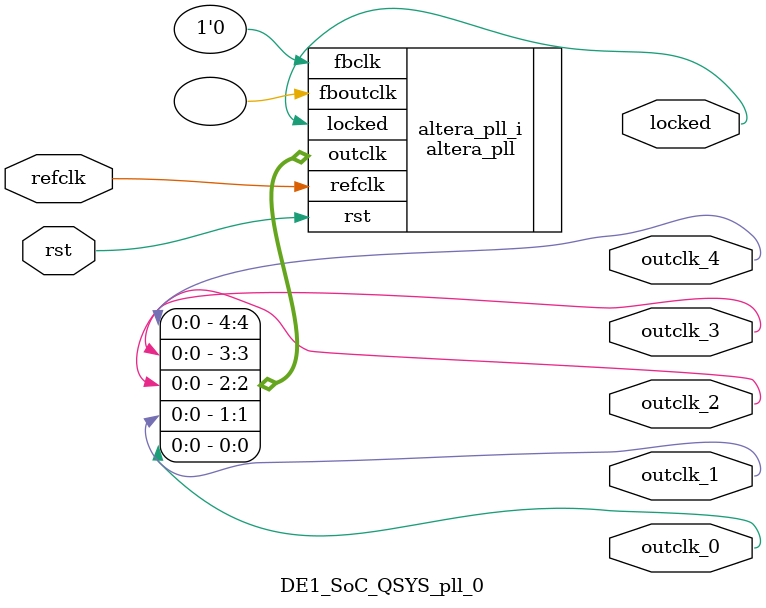
<source format=v>
`timescale 1ns/10ps
module  DE1_SoC_QSYS_pll_0(

	// interface 'refclk'
	input wire refclk,

	// interface 'reset'
	input wire rst,

	// interface 'outclk0'
	output wire outclk_0,

	// interface 'outclk1'
	output wire outclk_1,

	// interface 'outclk2'
	output wire outclk_2,

	// interface 'outclk3'
	output wire outclk_3,

	// interface 'outclk4'
	output wire outclk_4,

	// interface 'locked'
	output wire locked
);

	altera_pll #(
		.fractional_vco_multiplier("false"),
		.reference_clock_frequency("50.0 MHz"),
		.operation_mode("normal"),
		.number_of_clocks(5),
		.output_clock_frequency0("120.0 MHz"),
		.phase_shift0("0 ps"),
		.duty_cycle0(50),
		.output_clock_frequency1("120.0 MHz"),
		.phase_shift1("6250 ps"),
		.duty_cycle1(50),
		.output_clock_frequency2("10.0 MHz"),
		.phase_shift2("0 ps"),
		.duty_cycle2(50),
		.output_clock_frequency3("25.0 MHz"),
		.phase_shift3("0 ps"),
		.duty_cycle3(50),
		.output_clock_frequency4("40.0 MHz"),
		.phase_shift4("0 ps"),
		.duty_cycle4(50),
		.output_clock_frequency5("0 MHz"),
		.phase_shift5("0 ps"),
		.duty_cycle5(50),
		.output_clock_frequency6("0 MHz"),
		.phase_shift6("0 ps"),
		.duty_cycle6(50),
		.output_clock_frequency7("0 MHz"),
		.phase_shift7("0 ps"),
		.duty_cycle7(50),
		.output_clock_frequency8("0 MHz"),
		.phase_shift8("0 ps"),
		.duty_cycle8(50),
		.output_clock_frequency9("0 MHz"),
		.phase_shift9("0 ps"),
		.duty_cycle9(50),
		.output_clock_frequency10("0 MHz"),
		.phase_shift10("0 ps"),
		.duty_cycle10(50),
		.output_clock_frequency11("0 MHz"),
		.phase_shift11("0 ps"),
		.duty_cycle11(50),
		.output_clock_frequency12("0 MHz"),
		.phase_shift12("0 ps"),
		.duty_cycle12(50),
		.output_clock_frequency13("0 MHz"),
		.phase_shift13("0 ps"),
		.duty_cycle13(50),
		.output_clock_frequency14("0 MHz"),
		.phase_shift14("0 ps"),
		.duty_cycle14(50),
		.output_clock_frequency15("0 MHz"),
		.phase_shift15("0 ps"),
		.duty_cycle15(50),
		.output_clock_frequency16("0 MHz"),
		.phase_shift16("0 ps"),
		.duty_cycle16(50),
		.output_clock_frequency17("0 MHz"),
		.phase_shift17("0 ps"),
		.duty_cycle17(50),
		.pll_type("General"),
		.pll_subtype("General")
	) altera_pll_i (
		.outclk	({outclk_4, outclk_3, outclk_2, outclk_1, outclk_0}),
		.locked	(locked),
		.fboutclk	( ),
		.fbclk	(1'b0),
		.rst	(rst),
		.refclk	(refclk)
	);
endmodule


</source>
